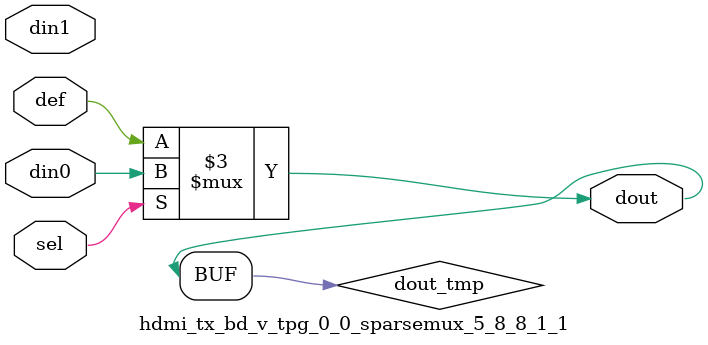
<source format=v>
`timescale 1ns / 1ps

(* DowngradeIPIdentifiedWarnings="yes" *) module hdmi_tx_bd_v_tpg_0_0_sparsemux_5_8_8_1_1 (din0,din1,def,sel,dout);

parameter din0_WIDTH = 1;

parameter din1_WIDTH = 1;

parameter def_WIDTH = 1;
parameter sel_WIDTH = 1;
parameter dout_WIDTH = 1;

parameter [sel_WIDTH-1:0] CASE0 = 1;

parameter [sel_WIDTH-1:0] CASE1 = 1;

parameter ID = 1;
parameter NUM_STAGE = 1;



input [din0_WIDTH-1:0] din0;

input [din1_WIDTH-1:0] din1;

input [def_WIDTH-1:0] def;
input [sel_WIDTH-1:0] sel;

output [dout_WIDTH-1:0] dout;



reg [dout_WIDTH-1:0] dout_tmp;


always @ (*) begin
(* parallel_case *) case (sel)
    
    CASE0 : dout_tmp = din0;
    
    CASE1 : dout_tmp = din1;
    
    default : dout_tmp = def;
endcase
end


assign dout = dout_tmp;



endmodule

</source>
